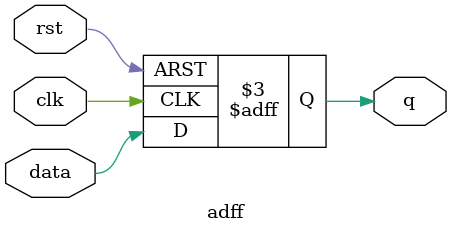
<source format=v>
`timescale 1ns / 1ps


module adff(data, q, clk, rst);

input data;
input clk, rst;
output q; 

reg q; 

always @(posedge clk or negedge rst)
if (~rst) 
    begin 
        q <= 1'b0;
    end
else 
    begin 
        q <= data;
    end 
           
endmodule

</source>
